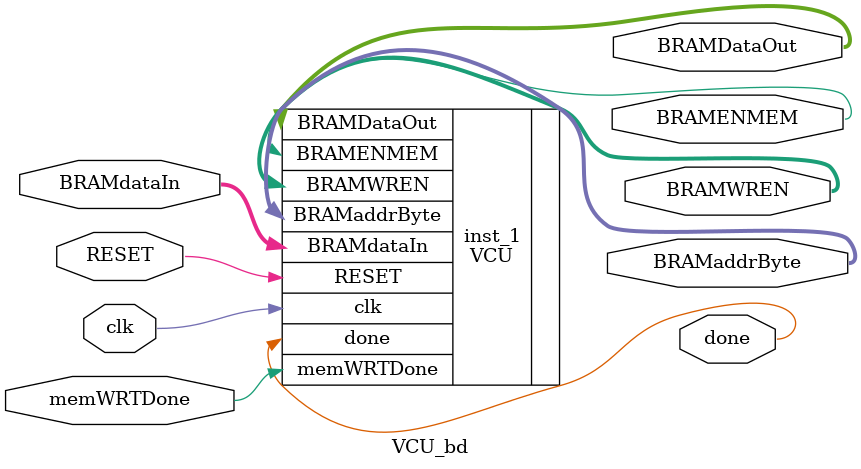
<source format=v>
`timescale 1ns / 1ps


module VCU_bd#(
    parameter matSize = 16,
    parameter NoOfElem = 16,
    parameter wordSize = 32,
    parameter words = 16,
    parameter memDepth = 30
)(

    input clk,
    input RESET,

    input memWRTDone,

    input [wordSize - 1:0] BRAMdataIn, // this is the data input from the BLOCK RAM
    output [wordSize-1: 0] BRAMDataOut, // output data width is the block ram data width
    output [memDepth-1+2:0] BRAMaddrByte,
    
    output [3:0] BRAMWREN,
    output BRAMENMEM,
    output done


    );
    
    VCU #(
    .matSize(matSize),
    .NoOfElem(NoOfElem),
    .wordSize(wordSize),
    .words(words),
    .memDepth(memDepth)) inst_1(
    
    .clk(clk),
    .RESET(RESET),

    .memWRTDone(memWRTDone),
    

    .BRAMdataIn(BRAMdataIn), // this is the data input from the BLOCK RAM
    .BRAMDataOut(BRAMDataOut), // output data width is the block ram data width
    .BRAMaddrByte(BRAMaddrByte),
    
    .BRAMWREN(BRAMWREN),
    .BRAMENMEM(BRAMENMEM),
    .done(done)
    );
endmodule

</source>
